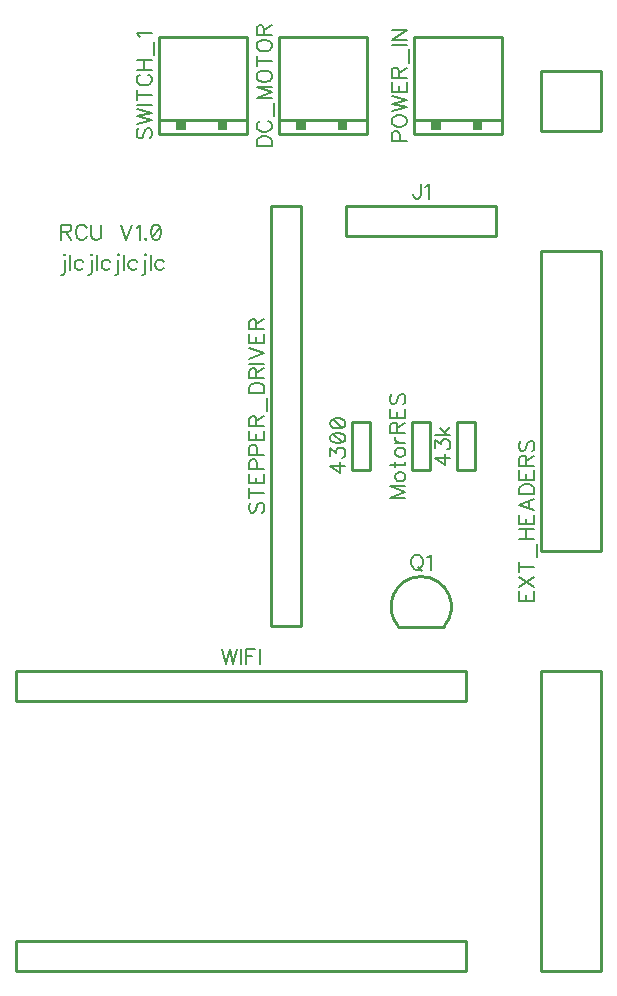
<source format=gbr>
G04 DipTrace 3.3.1.3*
G04 TopSilk.gbr*
%MOIN*%
G04 #@! TF.FileFunction,Legend,Top*
G04 #@! TF.Part,Single*
%ADD10C,0.009843*%
%ADD45C,0.00772*%
%FSLAX26Y26*%
G04*
G70*
G90*
G75*
G01*
G04 TopSilk*
%LPD*%
X1773700Y2273850D2*
D10*
X1713700D1*
X1773700Y2113550D2*
Y2273850D1*
Y2113550D2*
X1713700D1*
Y2273850D1*
X2123700D2*
X2063700D1*
X2123700Y2113550D2*
Y2273850D1*
Y2113550D2*
X2063700D1*
Y2273850D1*
X1468896Y3232283D2*
X1764163D1*
Y3555117D1*
X1468896D1*
Y3232283D1*
Y3279513D2*
X1764163D1*
G36*
X1527949D2*
X1559425D1*
Y3248037D1*
X1527949D1*
Y3279513D1*
G37*
G36*
X1665780D2*
X1697255D1*
Y3248037D1*
X1665780D1*
Y3279513D1*
G37*
X2343700Y443700D2*
D10*
X2543700D1*
X2343700Y1443600D2*
Y1368600D1*
Y1443600D2*
X2543700D1*
Y1368600D1*
Y443700D1*
X2343700Y1368600D2*
Y443700D1*
Y1843800D2*
X2543700D1*
X2343700Y2843700D2*
Y2768700D1*
Y2843700D2*
X2543700D1*
Y2768700D1*
Y1843800D1*
X2343700Y2768700D2*
Y1843800D1*
X2543700Y3243600D2*
X2343700D1*
X2543700Y3443700D2*
Y3243600D1*
X2343700Y3443700D2*
Y3243600D1*
X2543700Y3443700D2*
X2343700D1*
X1693700Y2993700D2*
Y2893700D1*
X2193700Y2993700D2*
X1693700D1*
X2193700Y2893700D2*
X1693700D1*
X2193700Y2993700D2*
Y2893700D1*
X1973700Y2273850D2*
X1913700D1*
X1973700Y2113550D2*
Y2273850D1*
Y2113550D2*
X1913700D1*
Y2273850D1*
X1918896Y3232283D2*
X2214163D1*
Y3555117D1*
X1918896D1*
Y3232283D1*
Y3279513D2*
X2214163D1*
G36*
X1977949D2*
X2009425D1*
Y3248037D1*
X1977949D1*
Y3279513D1*
G37*
G36*
X2115780D2*
X2147255D1*
Y3248037D1*
X2115780D1*
Y3279513D1*
G37*
X1868080Y1590558D2*
D10*
G02X2019320Y1590558I75620J66569D01*
G01*
X1868080D1*
X1543700Y2993700D2*
X1443700D1*
X1543700Y1593700D2*
Y2993700D1*
Y1593700D2*
X1443700D1*
Y1669300D1*
Y2993700D1*
X1068896Y3232283D2*
X1364163D1*
Y3555117D1*
X1068896D1*
Y3232283D1*
Y3279513D2*
X1364163D1*
G36*
X1127949D2*
X1159425D1*
Y3248037D1*
X1127949D1*
Y3279513D1*
G37*
G36*
X1265780D2*
X1297255D1*
Y3248037D1*
X1265780D1*
Y3279513D1*
G37*
X593700Y543700D2*
D10*
Y443700D1*
X2093700Y543700D2*
Y443700D1*
X2018700D1*
X593700D1*
X2093700Y543700D2*
X593700D1*
Y1443700D2*
Y1343700D1*
X2093700Y1443700D2*
Y1343700D1*
X2018700D1*
X593700D1*
X2093700Y1443700D2*
X593700D1*
X1690717Y2126298D2*
D45*
X1640532D1*
X1673970Y2102366D1*
Y2138236D1*
X1640532Y2158484D2*
Y2184737D1*
X1659656Y2170422D1*
Y2177607D1*
X1662032Y2182360D1*
X1664409Y2184737D1*
X1671594Y2187169D1*
X1676347D1*
X1683532Y2184737D1*
X1688340Y2179984D1*
X1690717Y2172799D1*
Y2165614D1*
X1688340Y2158484D1*
X1685909Y2156107D1*
X1681155Y2153675D1*
X1640532Y2216978D2*
X1642909Y2209793D1*
X1650094Y2204985D1*
X1662032Y2202608D1*
X1669217D1*
X1681155Y2204985D1*
X1688340Y2209793D1*
X1690717Y2216978D1*
Y2221731D1*
X1688340Y2228916D1*
X1681155Y2233669D1*
X1669217Y2236101D1*
X1662032D1*
X1650094Y2233669D1*
X1642909Y2228916D1*
X1640532Y2221731D1*
Y2216978D1*
X1650094Y2233669D2*
X1681155Y2204985D1*
X1640532Y2265911D2*
X1642909Y2258726D1*
X1650094Y2253917D1*
X1662032Y2251541D1*
X1669217D1*
X1681155Y2253917D1*
X1688340Y2258726D1*
X1690717Y2265911D1*
Y2270664D1*
X1688340Y2277849D1*
X1681155Y2282602D1*
X1669217Y2285034D1*
X1662032D1*
X1650094Y2282602D1*
X1642909Y2277849D1*
X1640532Y2270664D1*
Y2265911D1*
X1650094Y2282602D2*
X1681155Y2253917D1*
X2040717Y2154357D2*
X1990532D1*
X2023970Y2130425D1*
Y2166295D1*
X1990532Y2186543D2*
Y2212796D1*
X2009656Y2198481D1*
Y2205666D1*
X2012032Y2210419D1*
X2014409Y2212796D1*
X2021594Y2215228D1*
X2026347D1*
X2033532Y2212796D1*
X2038340Y2208042D1*
X2040717Y2200857D1*
Y2193672D1*
X2038340Y2186543D1*
X2035909Y2184166D1*
X2031155Y2181734D1*
X1990477Y2230667D2*
X2040717D1*
X2007224Y2254598D2*
X2031155Y2230667D1*
X2021594Y2240228D2*
X2040717Y2256975D1*
X1395673Y3191402D2*
X1445913D1*
Y3208149D1*
X1443481Y3215334D1*
X1438728Y3220142D1*
X1433920Y3222519D1*
X1426790Y3224896D1*
X1414796D1*
X1407611Y3222519D1*
X1402858Y3220142D1*
X1398050Y3215334D1*
X1395673Y3208149D1*
Y3191402D1*
X1407611Y3276205D2*
X1402858Y3273828D1*
X1398050Y3269020D1*
X1395673Y3264266D1*
Y3254705D1*
X1398050Y3249896D1*
X1402858Y3245143D1*
X1407611Y3242711D1*
X1414796Y3240335D1*
X1426790D1*
X1433920Y3242711D1*
X1438728Y3245143D1*
X1443481Y3249896D1*
X1445913Y3254705D1*
Y3264266D1*
X1443481Y3269020D1*
X1438728Y3273828D1*
X1433920Y3276205D1*
X1454204Y3291644D2*
Y3337075D1*
X1445913Y3390761D2*
X1395673D1*
X1445913Y3371638D1*
X1395673Y3352515D1*
X1445913D1*
X1395673Y3420571D2*
X1398050Y3415762D1*
X1402858Y3411009D1*
X1407611Y3408577D1*
X1414796Y3406200D1*
X1426790D1*
X1433920Y3408577D1*
X1438728Y3411009D1*
X1443481Y3415762D1*
X1445913Y3420571D1*
Y3430132D1*
X1443481Y3434885D1*
X1438728Y3439694D1*
X1433920Y3442070D1*
X1426790Y3444447D1*
X1414796D1*
X1407611Y3442070D1*
X1402858Y3439694D1*
X1398050Y3434885D1*
X1395673Y3430132D1*
Y3420571D1*
Y3476633D2*
X1445913D1*
X1395673Y3459886D2*
Y3493380D1*
Y3523189D2*
X1398050Y3518380D1*
X1402858Y3513627D1*
X1407611Y3511195D1*
X1414796Y3508819D1*
X1426790D1*
X1433920Y3511195D1*
X1438728Y3513627D1*
X1443481Y3518380D1*
X1445913Y3523189D1*
Y3532750D1*
X1443481Y3537504D1*
X1438728Y3542312D1*
X1433920Y3544689D1*
X1426790Y3547065D1*
X1414796D1*
X1407611Y3544689D1*
X1402858Y3542312D1*
X1398050Y3537504D1*
X1395673Y3532750D1*
Y3523189D1*
X1419605Y3562505D2*
Y3584004D1*
X1417173Y3591189D1*
X1414796Y3593621D1*
X1410043Y3595998D1*
X1405235D1*
X1400482Y3593621D1*
X1398050Y3591189D1*
X1395673Y3584004D1*
Y3562505D1*
X1445913D1*
X1419605Y3579251D2*
X1445913Y3595998D1*
X2270477Y1708626D2*
Y1677565D1*
X2320717D1*
Y1708626D1*
X2294409Y1677565D2*
Y1696688D1*
X2270477Y1724066D2*
X2320717Y1757559D1*
X2270477D2*
X2320717Y1724066D1*
X2270477Y1789745D2*
X2320717D1*
X2270477Y1772998D2*
Y1806492D1*
X2329007Y1821931D2*
Y1867362D1*
X2270477Y1882802D2*
X2320717D1*
X2270477Y1916295D2*
X2320717D1*
X2294409Y1882802D2*
Y1916295D1*
X2270477Y1962796D2*
Y1931734D1*
X2320717D1*
Y1962796D1*
X2294409Y1931734D2*
Y1950857D1*
X2320717Y2016537D2*
X2270477Y1997358D1*
X2320717Y1978235D1*
X2303970Y1985420D2*
Y2009352D1*
X2270477Y2031976D2*
X2320717D1*
Y2048723D1*
X2318285Y2055908D1*
X2313532Y2060716D1*
X2308723Y2063093D1*
X2301594Y2065469D1*
X2289600D1*
X2282415Y2063093D1*
X2277662Y2060716D1*
X2272854Y2055908D1*
X2270477Y2048723D1*
Y2031976D1*
Y2111970D2*
Y2080908D1*
X2320717D1*
Y2111970D1*
X2294409Y2080908D2*
Y2100032D1*
Y2127409D2*
Y2148909D1*
X2291977Y2156094D1*
X2289600Y2158526D1*
X2284847Y2160903D1*
X2280039D1*
X2275285Y2158526D1*
X2272854Y2156094D1*
X2270477Y2148909D1*
Y2127409D1*
X2320717D1*
X2294409Y2144156D2*
X2320717Y2160903D1*
X2277662Y2209835D2*
X2272854Y2205082D1*
X2270477Y2197897D1*
Y2188335D1*
X2272854Y2181150D1*
X2277662Y2176342D1*
X2282415D1*
X2287224Y2178774D1*
X2289600Y2181150D1*
X2291977Y2185903D1*
X2296785Y2200274D1*
X2299162Y2205082D1*
X2301594Y2207459D1*
X2306347Y2209835D1*
X2313532D1*
X2318285Y2205082D1*
X2320717Y2197897D1*
Y2188335D1*
X2318285Y2181150D1*
X2313532Y2176342D1*
X1941949Y3066923D2*
Y3028677D1*
X1939573Y3021492D1*
X1937141Y3019115D1*
X1932388Y3016683D1*
X1927579D1*
X1922826Y3019115D1*
X1920450Y3021492D1*
X1918018Y3028677D1*
Y3033430D1*
X1957389Y3057306D2*
X1962197Y3059738D1*
X1969382Y3066868D1*
Y3016683D1*
X1890717Y2059494D2*
X1840477D1*
X1890717Y2040371D1*
X1840477Y2021248D1*
X1890717D1*
X1857224Y2086872D2*
X1859600Y2082119D1*
X1864409Y2077310D1*
X1871594Y2074933D1*
X1876347D1*
X1883532Y2077310D1*
X1888285Y2082118D1*
X1890717Y2086872D1*
Y2094057D1*
X1888285Y2098865D1*
X1883532Y2103618D1*
X1876347Y2106050D1*
X1871594D1*
X1864409Y2103618D1*
X1859600Y2098865D1*
X1857224Y2094057D1*
Y2086872D1*
X1840477Y2128674D2*
X1881155D1*
X1888285Y2131051D1*
X1890717Y2135860D1*
Y2140613D1*
X1857224Y2121489D2*
Y2138236D1*
Y2167990D2*
X1859600Y2163237D1*
X1864409Y2158429D1*
X1871594Y2156052D1*
X1876347D1*
X1883532Y2158429D1*
X1888285Y2163237D1*
X1890717Y2167990D1*
Y2175175D1*
X1888285Y2179984D1*
X1883532Y2184737D1*
X1876347Y2187169D1*
X1871594D1*
X1864409Y2184737D1*
X1859600Y2179984D1*
X1857224Y2175175D1*
Y2167990D1*
Y2202608D2*
X1890717D1*
X1871594D2*
X1864409Y2205040D1*
X1859600Y2209793D1*
X1857224Y2214601D1*
Y2221786D1*
X1864409Y2237226D2*
Y2258726D1*
X1861977Y2265911D1*
X1859600Y2268342D1*
X1854847Y2270719D1*
X1850039D1*
X1845285Y2268342D1*
X1842854Y2265911D1*
X1840477Y2258726D1*
Y2237226D1*
X1890717D1*
X1864409Y2253972D2*
X1890717Y2270719D1*
X1840477Y2317220D2*
Y2286158D1*
X1890717D1*
Y2317220D1*
X1864409Y2286158D2*
Y2305282D1*
X1847662Y2366152D2*
X1842854Y2361399D1*
X1840477Y2354214D1*
Y2344652D1*
X1842854Y2337467D1*
X1847662Y2332659D1*
X1852415D1*
X1857224Y2335091D1*
X1859600Y2337467D1*
X1861977Y2342221D1*
X1866785Y2356591D1*
X1869162Y2361399D1*
X1871594Y2363776D1*
X1876347Y2366152D1*
X1883532D1*
X1888285Y2361399D1*
X1890717Y2354214D1*
Y2344652D1*
X1888285Y2337467D1*
X1883532Y2332659D1*
X1871981Y3208121D2*
Y3229676D1*
X1869605Y3236806D1*
X1867173Y3239238D1*
X1862420Y3241615D1*
X1855235D1*
X1850482Y3239238D1*
X1848050Y3236806D1*
X1845673Y3229676D1*
Y3208121D1*
X1895913D1*
X1845673Y3271424D2*
X1848050Y3266615D1*
X1852858Y3261862D1*
X1857611Y3259430D1*
X1864796Y3257054D1*
X1876790D1*
X1883920Y3259430D1*
X1888728Y3261862D1*
X1893481Y3266615D1*
X1895913Y3271424D1*
Y3280985D1*
X1893481Y3285739D1*
X1888728Y3290547D1*
X1883920Y3292924D1*
X1876790Y3295300D1*
X1864796D1*
X1857611Y3292924D1*
X1852858Y3290547D1*
X1848050Y3285739D1*
X1845673Y3280986D1*
Y3271424D1*
Y3310740D2*
X1895913Y3322733D1*
X1845673Y3334671D1*
X1895913Y3346609D1*
X1845673Y3358603D1*
Y3405104D2*
Y3374042D1*
X1895913D1*
Y3405104D1*
X1869605Y3374042D2*
Y3393165D1*
Y3420543D2*
Y3442043D1*
X1867173Y3449228D1*
X1864796Y3451660D1*
X1860043Y3454036D1*
X1855235D1*
X1850482Y3451660D1*
X1848050Y3449228D1*
X1845673Y3442043D1*
Y3420543D1*
X1895913D1*
X1869605Y3437290D2*
X1895913Y3454036D1*
X1904204Y3469475D2*
Y3514907D1*
X1845673Y3530346D2*
X1895913D1*
X1845673Y3579279D2*
X1895913D1*
X1845673Y3545786D1*
X1895913D1*
X1925203Y1831097D2*
X1920450Y1828776D1*
X1915641Y1823967D1*
X1913265Y1819159D1*
X1910833Y1811974D1*
Y1800035D1*
X1913265Y1792850D1*
X1915641Y1788097D1*
X1920450Y1783289D1*
X1925203Y1780912D1*
X1934764D1*
X1939573Y1783289D1*
X1944326Y1788097D1*
X1946703Y1792850D1*
X1949135Y1800035D1*
Y1811974D1*
X1946703Y1819159D1*
X1944326Y1823967D1*
X1939573Y1828776D1*
X1934764Y1831097D1*
X1925203D1*
X1932388Y1790474D2*
X1946703Y1776104D1*
X1964574Y1821480D2*
X1969382Y1823912D1*
X1976567Y1831042D1*
Y1780857D1*
X1377662Y2004434D2*
X1372854Y1999681D1*
X1370477Y1992496D1*
Y1982934D1*
X1372854Y1975749D1*
X1377662Y1970940D1*
X1382415D1*
X1387224Y1973372D1*
X1389600Y1975749D1*
X1391977Y1980502D1*
X1396785Y1994872D1*
X1399162Y1999681D1*
X1401594Y2002057D1*
X1406347Y2004434D1*
X1413532D1*
X1418285Y1999680D1*
X1420717Y1992495D1*
Y1982934D1*
X1418285Y1975749D1*
X1413532Y1970940D1*
X1370477Y2036620D2*
X1420717D1*
X1370477Y2019873D2*
Y2053366D1*
Y2099867D2*
Y2068806D1*
X1420717Y2068805D1*
Y2099867D1*
X1394409Y2068805D2*
Y2087929D1*
X1396785Y2115306D2*
Y2136861D1*
X1394409Y2143991D1*
X1391977Y2146423D1*
X1387224Y2148800D1*
X1380039D1*
X1375285Y2146423D1*
X1372854Y2143991D1*
X1370477Y2136861D1*
Y2115306D1*
X1420717D1*
X1396785Y2164239D2*
Y2185794D1*
X1394409Y2192924D1*
X1391977Y2195356D1*
X1387224Y2197732D1*
X1380039D1*
X1375285Y2195356D1*
X1372854Y2192924D1*
X1370477Y2185794D1*
Y2164239D1*
X1420717D1*
X1370477Y2244233D2*
Y2213171D1*
X1420717D1*
Y2244233D1*
X1394409Y2213171D2*
Y2232295D1*
Y2259672D2*
Y2281172D1*
X1391977Y2288357D1*
X1389600Y2290789D1*
X1384847Y2293165D1*
X1380039D1*
X1375285Y2290789D1*
X1372854Y2288357D1*
X1370477Y2281172D1*
Y2259672D1*
X1420717D1*
X1394409Y2276419D2*
X1420717Y2293165D1*
X1429007Y2308605D2*
Y2354036D1*
X1370477Y2369475D2*
X1420717D1*
Y2386222D1*
X1418285Y2393407D1*
X1413532Y2398216D1*
X1408723Y2400592D1*
X1401594Y2402969D1*
X1389600D1*
X1382415Y2400592D1*
X1377662Y2398216D1*
X1372854Y2393407D1*
X1370477Y2386222D1*
Y2369475D1*
X1394409Y2418408D2*
Y2439908D1*
X1391977Y2447093D1*
X1389600Y2449525D1*
X1384847Y2451901D1*
X1380039D1*
X1375285Y2449525D1*
X1372854Y2447093D1*
X1370477Y2439908D1*
Y2418408D1*
X1420717D1*
X1394409Y2435155D2*
X1420717Y2451901D1*
X1370477Y2467341D2*
X1420717D1*
X1370477Y2482780D2*
X1420717Y2501903D1*
X1370477Y2521026D1*
Y2567527D2*
Y2536466D1*
X1420717D1*
Y2567527D1*
X1394409Y2536466D2*
Y2555589D1*
Y2582966D2*
Y2604466D1*
X1391977Y2611651D1*
X1389600Y2614083D1*
X1384847Y2616460D1*
X1380039D1*
X1375285Y2614083D1*
X1372854Y2611651D1*
X1370477Y2604466D1*
Y2582966D1*
X1420717D1*
X1394409Y2599713D2*
X1420717Y2616460D1*
X1002858Y3252337D2*
X998050Y3247584D1*
X995673Y3240399D1*
Y3230837D1*
X998050Y3223652D1*
X1002858Y3218844D1*
X1007611D1*
X1012420Y3221275D1*
X1014796Y3223652D1*
X1017173Y3228405D1*
X1021981Y3242775D1*
X1024358Y3247584D1*
X1026790Y3249960D1*
X1031543Y3252337D1*
X1038728D1*
X1043481Y3247584D1*
X1045913Y3240399D1*
Y3230837D1*
X1043481Y3223652D1*
X1038728Y3218844D1*
X995673Y3267776D2*
X1045913Y3279770D1*
X995673Y3291708D1*
X1045913Y3303646D1*
X995673Y3315639D1*
Y3331079D2*
X1045913D1*
X995673Y3363265D2*
X1045913D1*
X995673Y3346518D2*
Y3380011D1*
X1007611Y3431320D2*
X1002858Y3428944D1*
X998050Y3424135D1*
X995673Y3419382D1*
Y3409821D1*
X998050Y3405012D1*
X1002858Y3400259D1*
X1007611Y3397827D1*
X1014796Y3395451D1*
X1026790D1*
X1033920Y3397827D1*
X1038728Y3400259D1*
X1043481Y3405012D1*
X1045913Y3409821D1*
Y3419382D1*
X1043481Y3424135D1*
X1038728Y3428944D1*
X1033920Y3431320D1*
X995673Y3446760D2*
X1045913D1*
X995673Y3480253D2*
X1045913D1*
X1019605Y3446760D2*
Y3480253D1*
X1054204Y3495692D2*
Y3541124D1*
X1005290Y3556563D2*
X1002858Y3561372D1*
X995728Y3568557D1*
X1045913D1*
X1281051Y1516923D2*
X1293045Y1466683D1*
X1304983Y1516923D1*
X1316921Y1466683D1*
X1328914Y1516923D1*
X1344354D2*
Y1466683D1*
X1390910Y1516923D2*
X1359793D1*
Y1466683D1*
Y1492991D2*
X1378916D1*
X1406349Y1516923D2*
Y1466683D1*
X743700Y2906669D2*
X765200D1*
X772385Y2909101D1*
X774817Y2911478D1*
X777194Y2916231D1*
Y2921039D1*
X774817Y2925792D1*
X772385Y2928224D1*
X765200Y2930601D1*
X743700D1*
Y2880361D1*
X760447Y2906669D2*
X777194Y2880361D1*
X828503Y2918663D2*
X826126Y2923416D1*
X821318Y2928224D1*
X816565Y2930601D1*
X807003D1*
X802194Y2928224D1*
X797441Y2923416D1*
X795009Y2918663D1*
X792633Y2911478D1*
Y2899484D1*
X795009Y2892354D1*
X797441Y2887546D1*
X802194Y2882793D1*
X807003Y2880361D1*
X816565D1*
X821318Y2882793D1*
X826126Y2887546D1*
X828503Y2892354D1*
X843942Y2930601D2*
Y2894731D1*
X846319Y2887546D1*
X851127Y2882793D1*
X858312Y2880361D1*
X863065D1*
X870250Y2882793D1*
X875059Y2887546D1*
X877435Y2894731D1*
Y2930601D1*
X941476D2*
X960599Y2880361D1*
X979722Y2930601D1*
X995161Y2920984D2*
X999970Y2923416D1*
X1007155Y2930546D1*
Y2880361D1*
X1024971Y2885169D2*
X1022594Y2882737D1*
X1024971Y2880361D1*
X1027402Y2882737D1*
X1024971Y2885169D1*
X1057212Y2930546D2*
X1050027Y2928169D1*
X1045218Y2920984D1*
X1042842Y2909046D1*
Y2901861D1*
X1045218Y2889923D1*
X1050027Y2882737D1*
X1057212Y2880361D1*
X1061965D1*
X1069150Y2882737D1*
X1073903Y2889923D1*
X1076335Y2901861D1*
Y2909046D1*
X1073903Y2920984D1*
X1069150Y2928169D1*
X1061965Y2930546D1*
X1057212D1*
X1073903Y2920984D2*
X1045218Y2889923D1*
X753262Y2830656D2*
X755693Y2828280D1*
X758070Y2830656D1*
X755693Y2833033D1*
X753262Y2830656D1*
X755693Y2813910D2*
Y2773231D1*
X753262Y2766046D1*
X748508Y2763670D1*
X743700D1*
X773509Y2830601D2*
Y2780361D1*
X817689Y2806669D2*
X812880Y2811478D1*
X808072Y2813854D1*
X800942D1*
X796134Y2811478D1*
X791380Y2806669D1*
X788949Y2799484D1*
Y2794731D1*
X791380Y2787546D1*
X796134Y2782793D1*
X800942Y2780361D1*
X808072D1*
X812880Y2782793D1*
X817689Y2787546D1*
X842690Y2830656D2*
X845121Y2828280D1*
X847498Y2830656D1*
X845121Y2833033D1*
X842690Y2830656D1*
X845121Y2813910D2*
Y2773231D1*
X842690Y2766046D1*
X837936Y2763670D1*
X833128D1*
X862937Y2830601D2*
Y2780361D1*
X907117Y2806669D2*
X902308Y2811478D1*
X897500Y2813854D1*
X890370D1*
X885562Y2811478D1*
X880808Y2806669D1*
X878377Y2799484D1*
Y2794731D1*
X880808Y2787546D1*
X885562Y2782793D1*
X890370Y2780361D1*
X897500D1*
X902308Y2782793D1*
X907117Y2787546D1*
X932118Y2830656D2*
X934549Y2828280D1*
X936926Y2830656D1*
X934549Y2833033D1*
X932118Y2830656D1*
X934549Y2813910D2*
Y2773231D1*
X932118Y2766046D1*
X927364Y2763670D1*
X922556D1*
X952365Y2830601D2*
Y2780361D1*
X996545Y2806669D2*
X991736Y2811478D1*
X986928Y2813854D1*
X979798D1*
X974990Y2811478D1*
X970236Y2806669D1*
X967805Y2799484D1*
Y2794731D1*
X970236Y2787546D1*
X974990Y2782793D1*
X979798Y2780361D1*
X986928D1*
X991736Y2782793D1*
X996545Y2787546D1*
X1021546Y2830656D2*
X1023977Y2828280D1*
X1026354Y2830656D1*
X1023977Y2833033D1*
X1021546Y2830656D1*
X1023977Y2813910D2*
Y2773231D1*
X1021546Y2766046D1*
X1016792Y2763670D1*
X1011984D1*
X1041793Y2830601D2*
Y2780361D1*
X1085973Y2806669D2*
X1081164Y2811478D1*
X1076356Y2813854D1*
X1069226D1*
X1064418Y2811478D1*
X1059664Y2806669D1*
X1057232Y2799484D1*
Y2794731D1*
X1059664Y2787546D1*
X1064418Y2782793D1*
X1069226Y2780361D1*
X1076356D1*
X1081164Y2782793D1*
X1085973Y2787546D1*
M02*

</source>
